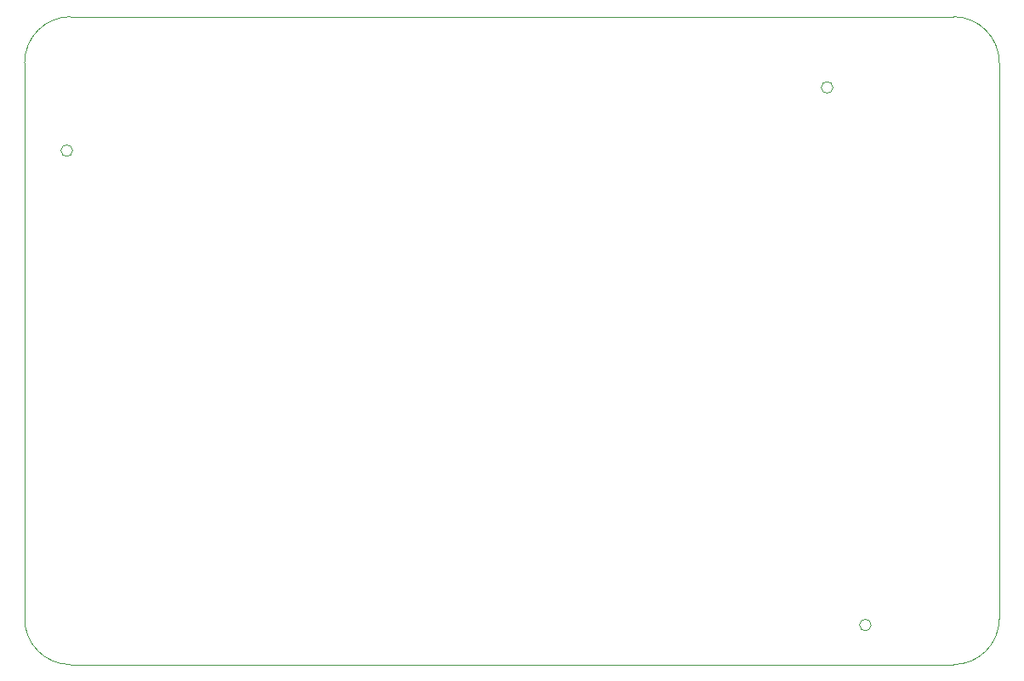
<source format=gbr>
%TF.GenerationSoftware,KiCad,Pcbnew,(5.1.12-1-10_14)*%
%TF.CreationDate,2021-11-26T20:13:54-05:00*%
%TF.ProjectId,Untitled,556e7469-746c-4656-942e-6b696361645f,rev?*%
%TF.SameCoordinates,Original*%
%TF.FileFunction,Profile,NP*%
%FSLAX46Y46*%
G04 Gerber Fmt 4.6, Leading zero omitted, Abs format (unit mm)*
G04 Created by KiCad (PCBNEW (5.1.12-1-10_14)) date 2021-11-26 20:13:54*
%MOMM*%
%LPD*%
G01*
G04 APERTURE LIST*
%TA.AperFunction,Profile*%
%ADD10C,0.050000*%
%TD*%
G04 APERTURE END LIST*
D10*
X164279000Y-87312500D02*
G75*
G03*
X164279000Y-87312500I-576000J0D01*
G01*
X168084500Y-140843000D02*
G75*
G03*
X168084500Y-140843000I-576000J0D01*
G01*
X88587000Y-93599000D02*
G75*
G03*
X88587000Y-93599000I-576000J0D01*
G01*
X176276000Y-80264000D02*
G75*
G02*
X180848000Y-84836000I0J-4572000D01*
G01*
X180848000Y-140208000D02*
G75*
G02*
X176276000Y-144780000I-4572000J0D01*
G01*
X88392000Y-144780000D02*
G75*
G02*
X83820000Y-140208000I0J4572000D01*
G01*
X83820000Y-84836000D02*
G75*
G02*
X88392000Y-80264000I4572000J0D01*
G01*
X180848000Y-140208000D02*
X180848000Y-84836000D01*
X88392000Y-144780000D02*
X176276000Y-144780000D01*
X83820000Y-84836000D02*
X83820000Y-140208000D01*
X176276000Y-80264000D02*
X88392000Y-80264000D01*
M02*

</source>
